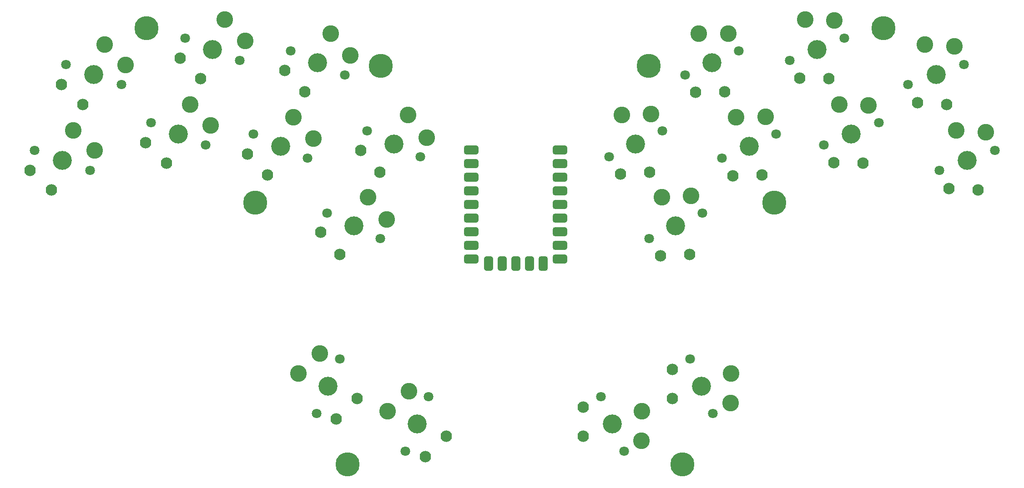
<source format=gbr>
%TF.GenerationSoftware,KiCad,Pcbnew,9.0.0*%
%TF.CreationDate,2025-02-21T22:06:12+01:00*%
%TF.ProjectId,chouchou_mini_choc,63686f75-6368-46f7-955f-6d696e695f63,v1.0.0*%
%TF.SameCoordinates,Original*%
%TF.FileFunction,Soldermask,Top*%
%TF.FilePolarity,Negative*%
%FSLAX46Y46*%
G04 Gerber Fmt 4.6, Leading zero omitted, Abs format (unit mm)*
G04 Created by KiCad (PCBNEW 9.0.0) date 2025-02-21 22:06:12*
%MOMM*%
%LPD*%
G01*
G04 APERTURE LIST*
G04 Aperture macros list*
%AMRoundRect*
0 Rectangle with rounded corners*
0 $1 Rounding radius*
0 $2 $3 $4 $5 $6 $7 $8 $9 X,Y pos of 4 corners*
0 Add a 4 corners polygon primitive as box body*
4,1,4,$2,$3,$4,$5,$6,$7,$8,$9,$2,$3,0*
0 Add four circle primitives for the rounded corners*
1,1,$1+$1,$2,$3*
1,1,$1+$1,$4,$5*
1,1,$1+$1,$6,$7*
1,1,$1+$1,$8,$9*
0 Add four rect primitives between the rounded corners*
20,1,$1+$1,$2,$3,$4,$5,0*
20,1,$1+$1,$4,$5,$6,$7,0*
20,1,$1+$1,$6,$7,$8,$9,0*
20,1,$1+$1,$8,$9,$2,$3,0*%
G04 Aperture macros list end*
%ADD10C,1.801800*%
%ADD11C,3.100000*%
%ADD12C,3.529000*%
%ADD13C,2.132000*%
%ADD14C,0.800000*%
%ADD15C,4.500000*%
%ADD16RoundRect,0.425000X-0.925000X-0.425000X0.925000X-0.425000X0.925000X0.425000X-0.925000X0.425000X0*%
%ADD17RoundRect,0.425050X-0.924950X-0.425050X0.924950X-0.425050X0.924950X0.425050X-0.924950X0.425050X0*%
%ADD18RoundRect,0.425000X-0.425000X-0.925000X0.425000X-0.925000X0.425000X0.925000X-0.425000X0.925000X0*%
%ADD19RoundRect,0.418700X-0.418700X-0.931300X0.418700X-0.931300X0.418700X0.931300X-0.418700X0.931300X0*%
G04 APERTURE END LIST*
D10*
%TO.C,S13*%
X178335389Y-133748136D03*
D11*
X181205991Y-126171056D03*
D12*
X183434900Y-131687800D03*
D11*
X186666045Y-126337829D03*
D10*
X188534411Y-129627464D03*
%TD*%
%TO.C,S23*%
X63284611Y-133748136D03*
D12*
X58185100Y-131687800D03*
D10*
X53085589Y-129627464D03*
D13*
X52125676Y-133338066D03*
X55974921Y-137158185D03*
%TD*%
D10*
%TO.C,S22*%
X47585209Y-122508911D03*
D12*
X42416900Y-120627800D03*
D10*
X37248591Y-118746689D03*
D13*
X36418760Y-122488531D03*
X40398981Y-126171986D03*
%TD*%
D10*
%TO.C,S6*%
X79101000Y-116214748D03*
D11*
X86545583Y-113016205D03*
D12*
X84125500Y-118451800D03*
D11*
X90218490Y-117059688D03*
D10*
X89150000Y-120688852D03*
%TD*%
%TO.C,S5*%
X72186500Y-131745048D03*
D11*
X79631083Y-128546505D03*
D12*
X77211000Y-133982100D03*
D11*
X83303990Y-132589988D03*
D10*
X82235500Y-136219152D03*
%TD*%
%TO.C,S21*%
X41770809Y-138483611D03*
D12*
X36602500Y-136602500D03*
D10*
X31434191Y-134721389D03*
D13*
X30604360Y-138463231D03*
X34584581Y-142146686D03*
%TD*%
D10*
%TO.C,S34*%
X182166111Y-113865364D03*
D12*
X177066600Y-115925700D03*
D10*
X171967089Y-117986036D03*
D13*
X173854186Y-121322032D03*
X179276779Y-121396085D03*
%TD*%
D10*
%TO.C,S9*%
X83907279Y-183749677D03*
D11*
X80579296Y-176362050D03*
D12*
X86056300Y-178686900D03*
D11*
X84558062Y-172619134D03*
D10*
X88205321Y-173624123D03*
%TD*%
%TO.C,S7*%
X85914333Y-146404059D03*
D11*
X93466008Y-143467275D03*
D12*
X90857700Y-148815100D03*
D11*
X96995562Y-147636478D03*
D10*
X95801067Y-151226141D03*
%TD*%
%TO.C,S11*%
X199849191Y-138483611D03*
D11*
X202982480Y-131011329D03*
D12*
X205017500Y-136602500D03*
D11*
X208433388Y-131368552D03*
D10*
X210185809Y-134721389D03*
%TD*%
%TO.C,S10*%
X100476279Y-190782877D03*
D11*
X97148296Y-183395250D03*
D12*
X102625300Y-185720100D03*
D11*
X101127062Y-179652334D03*
D10*
X104774321Y-180657323D03*
%TD*%
%TO.C,S16*%
X152470000Y-120688852D03*
D11*
X155074417Y-113016205D03*
D12*
X157494500Y-118451800D03*
D11*
X160536965Y-112992321D03*
D10*
X162519000Y-116214748D03*
%TD*%
%TO.C,S18*%
X138366633Y-135946641D03*
D11*
X140701692Y-128187775D03*
D12*
X143310000Y-133535600D03*
D11*
X146160078Y-127973267D03*
D10*
X148253367Y-131124559D03*
%TD*%
%TO.C,S25*%
X82235500Y-136219152D03*
D12*
X77211000Y-133982100D03*
D10*
X72186500Y-131745048D03*
D13*
X71097673Y-135419890D03*
X74811254Y-139372018D03*
%TD*%
D10*
%TO.C,S35*%
X169433500Y-131745048D03*
D12*
X164409000Y-133982100D03*
D10*
X159384500Y-136219152D03*
D13*
X161386872Y-139487256D03*
X166808746Y-139372018D03*
%TD*%
D10*
%TO.C,S8*%
X93366633Y-131124559D03*
D11*
X100918308Y-128187775D03*
D12*
X98310000Y-133535600D03*
D11*
X104447862Y-132356978D03*
D10*
X103253367Y-135946641D03*
%TD*%
%TO.C,S38*%
X148253367Y-131124559D03*
D12*
X143310000Y-133535600D03*
D10*
X138366633Y-135946641D03*
D13*
X140481840Y-139142873D03*
X145896390Y-138838485D03*
%TD*%
D10*
%TO.C,S26*%
X89150000Y-120688852D03*
D12*
X84125500Y-118451800D03*
D10*
X79101000Y-116214748D03*
D13*
X78012173Y-119889590D03*
X81725754Y-123841718D03*
%TD*%
D10*
%TO.C,S19*%
X153414779Y-173624123D03*
D11*
X161040804Y-176362050D03*
D12*
X155563800Y-178686900D03*
D11*
X160969349Y-181824183D03*
D10*
X157712821Y-183749677D03*
%TD*%
%TO.C,S12*%
X194034791Y-122508911D03*
D11*
X197168080Y-115036629D03*
D12*
X199203100Y-120627800D03*
D11*
X202618988Y-115393852D03*
D10*
X204371409Y-118746689D03*
%TD*%
%TO.C,S39*%
X157712821Y-183749677D03*
D12*
X155563800Y-178686900D03*
D10*
X153414779Y-173624123D03*
D13*
X150112226Y-175569154D03*
X150132821Y-180992214D03*
%TD*%
D10*
%TO.C,S28*%
X103253367Y-135946641D03*
D12*
X98310000Y-133535600D03*
D10*
X93366633Y-131124559D03*
D13*
X92150219Y-134759163D03*
X95723610Y-138838485D03*
%TD*%
D10*
%TO.C,S2*%
X37248591Y-118746689D03*
D11*
X44451920Y-115036629D03*
D12*
X42416900Y-120627800D03*
D11*
X48397939Y-118814053D03*
D10*
X47585209Y-122508911D03*
%TD*%
%TO.C,S40*%
X141143721Y-190782877D03*
D12*
X138994700Y-185720100D03*
D10*
X136845679Y-180657323D03*
D13*
X133543126Y-182602354D03*
X133563721Y-188025414D03*
%TD*%
D10*
%TO.C,S36*%
X162519000Y-116214748D03*
D12*
X157494500Y-118451800D03*
D10*
X152470000Y-120688852D03*
D13*
X154472372Y-123956956D03*
X159894246Y-123841718D03*
%TD*%
D10*
%TO.C,S17*%
X145818933Y-151226141D03*
D11*
X148153992Y-143467275D03*
D12*
X150762300Y-148815100D03*
D11*
X153612378Y-143252767D03*
D10*
X155705667Y-146404059D03*
%TD*%
D14*
%TO.C,_6*%
X144251190Y-119725312D03*
X144174095Y-118464814D03*
X145197014Y-120562105D03*
X145010888Y-117518990D03*
D15*
X145734200Y-119002000D03*
D14*
X146457512Y-120485010D03*
X146271386Y-117441895D03*
X147294305Y-119539186D03*
X147217210Y-118278688D03*
%TD*%
%TO.C,_2*%
X187846307Y-112523233D03*
X187901392Y-111261580D03*
X188699480Y-113454308D03*
X188832467Y-110408407D03*
D15*
X189396800Y-111958900D03*
D14*
X189961133Y-113509393D03*
X190094120Y-110463492D03*
X190892208Y-112656220D03*
X190947293Y-111394567D03*
%TD*%
D10*
%TO.C,S37*%
X155705667Y-146404059D03*
D12*
X150762300Y-148815100D03*
D10*
X145818933Y-151226141D03*
D13*
X147934140Y-154422373D03*
X153348690Y-154117985D03*
%TD*%
D10*
%TO.C,S20*%
X136845679Y-180657323D03*
D11*
X144471704Y-183395250D03*
D12*
X138994700Y-185720100D03*
D11*
X144400249Y-188857383D03*
D10*
X141143721Y-190782877D03*
%TD*%
D14*
%TO.C,_5*%
X94402790Y-118278688D03*
X94325695Y-119539186D03*
X95348614Y-117441895D03*
X96609112Y-117518990D03*
D15*
X95885800Y-119002000D03*
D14*
X95162488Y-120485010D03*
X96422986Y-120562105D03*
X97445905Y-118464814D03*
X97368810Y-119725312D03*
%TD*%
%TO.C,_3*%
X71026150Y-143816785D03*
X71942193Y-142947493D03*
X70993093Y-145079207D03*
X73204615Y-142980550D03*
D15*
X72533500Y-144487900D03*
D14*
X71862385Y-145995250D03*
X74073907Y-143896593D03*
X73124807Y-146028307D03*
X74040850Y-145159015D03*
%TD*%
D10*
%TO.C,S3*%
X53085589Y-129627464D03*
D11*
X60414009Y-126171056D03*
D12*
X58185100Y-131687800D03*
D11*
X64225794Y-130083894D03*
D10*
X63284611Y-133748136D03*
%TD*%
%TO.C,S29*%
X88205321Y-173624123D03*
D12*
X86056300Y-178686900D03*
D10*
X83907279Y-183749677D03*
D13*
X87600563Y-184774203D03*
X91487279Y-180992214D03*
%TD*%
D14*
%TO.C,_7*%
X89007294Y-194768333D03*
X88122147Y-193867601D03*
X90270101Y-194779353D03*
X88133167Y-192604794D03*
D15*
X89652000Y-193249500D03*
D14*
X91170833Y-193894206D03*
X89033899Y-191719647D03*
X91181853Y-192631399D03*
X90296706Y-191730667D03*
%TD*%
D16*
%TO.C,RP2040Zero1*%
X129190000Y-134675600D03*
X129190000Y-134675600D03*
X129190000Y-137215600D03*
X129190000Y-137215600D03*
X129190000Y-139755600D03*
X129190000Y-139755600D03*
X129190000Y-142295600D03*
X129190000Y-142295600D03*
X129190000Y-144835600D03*
X129190000Y-144835600D03*
D17*
X129190000Y-147375600D03*
X129190000Y-147375600D03*
X129190000Y-149915600D03*
X129190000Y-149915600D03*
X129190000Y-152455600D03*
X129190000Y-152455600D03*
X129190000Y-154995600D03*
X129190000Y-154995600D03*
D18*
X126050000Y-155805600D03*
X126050000Y-155805600D03*
D19*
X123510000Y-155805600D03*
X123510000Y-155805600D03*
X120970000Y-155805600D03*
X120970000Y-155805600D03*
X118430000Y-155805600D03*
X118430000Y-155805600D03*
X115890000Y-155805600D03*
X115890000Y-155805600D03*
D17*
X112750000Y-154995600D03*
X112750000Y-154995600D03*
X112750000Y-152455600D03*
X112750000Y-152455600D03*
X112750000Y-149915600D03*
X112750000Y-149915600D03*
X112750000Y-147375600D03*
X112750000Y-147375600D03*
X112750000Y-134675600D03*
X112750000Y-134675600D03*
X112750000Y-137215600D03*
X112750000Y-137215600D03*
X112750000Y-139755600D03*
X112750000Y-139755600D03*
X112750000Y-144835600D03*
X112750000Y-144835600D03*
X112750000Y-142295600D03*
X112750000Y-142295600D03*
%TD*%
D10*
%TO.C,S15*%
X159384500Y-136219152D03*
D11*
X161988917Y-128546505D03*
D12*
X164409000Y-133982100D03*
D11*
X167451465Y-128522621D03*
D10*
X169433500Y-131745048D03*
%TD*%
%TO.C,S31*%
X210185809Y-134721389D03*
D12*
X205017500Y-136602500D03*
D10*
X199849191Y-138483611D03*
D13*
X201618713Y-141883433D03*
X207035419Y-142146686D03*
%TD*%
D10*
%TO.C,S4*%
X59453889Y-113865364D03*
D11*
X66782309Y-110408956D03*
D12*
X64553400Y-115925700D03*
D11*
X70594094Y-114321794D03*
D10*
X69652911Y-117986036D03*
%TD*%
%TO.C,S14*%
X171967089Y-117986036D03*
D11*
X174837691Y-110408956D03*
D12*
X177066600Y-115925700D03*
D11*
X180297745Y-110575729D03*
D10*
X182166111Y-113865364D03*
%TD*%
%TO.C,S33*%
X188534411Y-129627464D03*
D12*
X183434900Y-131687800D03*
D10*
X178335389Y-133748136D03*
D13*
X180222486Y-137084132D03*
X185645079Y-137158185D03*
%TD*%
D10*
%TO.C,S27*%
X95801067Y-151226141D03*
D12*
X90857700Y-148815100D03*
D10*
X85914333Y-146404059D03*
D13*
X84697919Y-150038663D03*
X88271310Y-154117985D03*
%TD*%
D14*
%TO.C,_8*%
X151323294Y-191730667D03*
X152586101Y-191719647D03*
X150438147Y-192631399D03*
X153486833Y-192604794D03*
D15*
X151968000Y-193249500D03*
D14*
X150449167Y-193894206D03*
X153497853Y-193867601D03*
X151349899Y-194779353D03*
X152612706Y-194768333D03*
%TD*%
D10*
%TO.C,S30*%
X104774321Y-180657323D03*
D12*
X102625300Y-185720100D03*
D10*
X100476279Y-190782877D03*
D13*
X104169563Y-191807403D03*
X108056279Y-188025414D03*
%TD*%
D10*
%TO.C,S32*%
X204371409Y-118746689D03*
D12*
X199203100Y-120627800D03*
D10*
X194034791Y-122508911D03*
D13*
X195804313Y-125908733D03*
X201221019Y-126171986D03*
%TD*%
D14*
%TO.C,_4*%
X167579150Y-145159015D03*
X167546093Y-143896593D03*
X168495193Y-146028307D03*
X168415385Y-142980550D03*
D15*
X169086500Y-144487900D03*
D14*
X169757615Y-145995250D03*
X169677807Y-142947493D03*
X170626907Y-145079207D03*
X170593850Y-143816785D03*
%TD*%
D10*
%TO.C,S24*%
X69652911Y-117986036D03*
D12*
X64553400Y-115925700D03*
D10*
X59453889Y-113865364D03*
D13*
X58493976Y-117575966D03*
X62343221Y-121396085D03*
%TD*%
D10*
%TO.C,S1*%
X31434191Y-134721389D03*
D11*
X38637520Y-131011329D03*
D12*
X36602500Y-136602500D03*
D11*
X42583539Y-134788753D03*
D10*
X41770809Y-138483611D03*
%TD*%
D14*
%TO.C,_1*%
X50672707Y-111394567D03*
X51525880Y-110463492D03*
X50727792Y-112656220D03*
X52787533Y-110408407D03*
D15*
X52223200Y-111958900D03*
D14*
X51658867Y-113509393D03*
X53718608Y-111261580D03*
X52920520Y-113454308D03*
X53773693Y-112523233D03*
%TD*%
M02*

</source>
